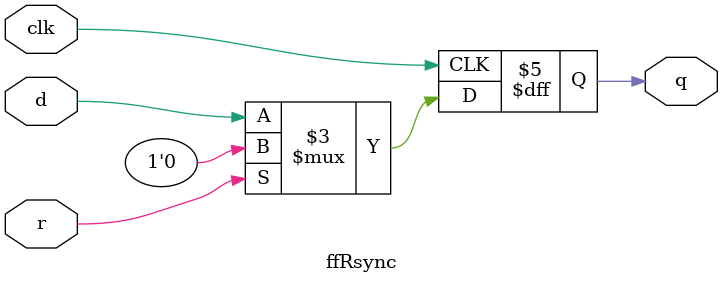
<source format=v>

module ffRsync (d,q,clk,r);
    input wire d, clk, r;
    output reg q;

    always @(posedge clk) begin
        if (r) q<=1'b0;
        else q<=d;
    end
endmodule
</source>
